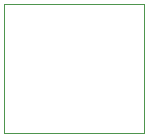
<source format=gbr>
G04 #@! TF.GenerationSoftware,KiCad,Pcbnew,(6.0.0)*
G04 #@! TF.CreationDate,2022-02-21T09:00:57-08:00*
G04 #@! TF.ProjectId,MakeItRain,4d616b65-4974-4526-9169-6e2e6b696361,rev?*
G04 #@! TF.SameCoordinates,Original*
G04 #@! TF.FileFunction,Other,User*
%FSLAX46Y46*%
G04 Gerber Fmt 4.6, Leading zero omitted, Abs format (unit mm)*
G04 Created by KiCad (PCBNEW (6.0.0)) date 2022-02-21 09:00:57*
%MOMM*%
%LPD*%
G01*
G04 APERTURE LIST*
%ADD10C,0.050000*%
G04 APERTURE END LIST*
D10*
G04 #@! TO.C,IC1*
X44842600Y-87284700D02*
X44842600Y-98284700D01*
X44842600Y-98284700D02*
X56692600Y-98284700D01*
X56692600Y-87284700D02*
X44842600Y-87284700D01*
X56692600Y-98284700D02*
X56692600Y-87284700D01*
G04 #@! TD*
M02*

</source>
